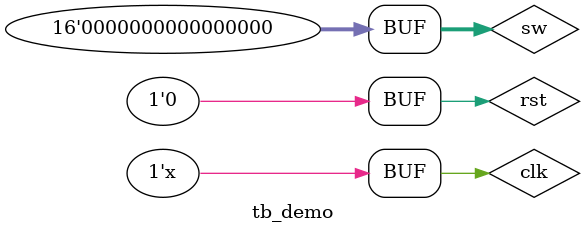
<source format=sv>
module tb_demo ();

  logic        clk;
  logic        rst;
  logic [15:0] sw;
  logic [15:0] led;

  initial begin
    clk <= 1'b0;
    sw  <= 16'b0000_0000_0000_0000;
  end

  initial begin
    rst <= 1'b0;
    #1
    rst <= 1'b1;
    #50
    rst <= 1'b0;
  end


  always begin
    #10
    clk <= ~clk;
  end


  demo
  #(.TIMER_TICK(10))
   DUT
  (.clk_i  (clk),
   .rst_i  (rst),
   .sw_i   (sw),
   .led_o  (led));


endmodule

</source>
